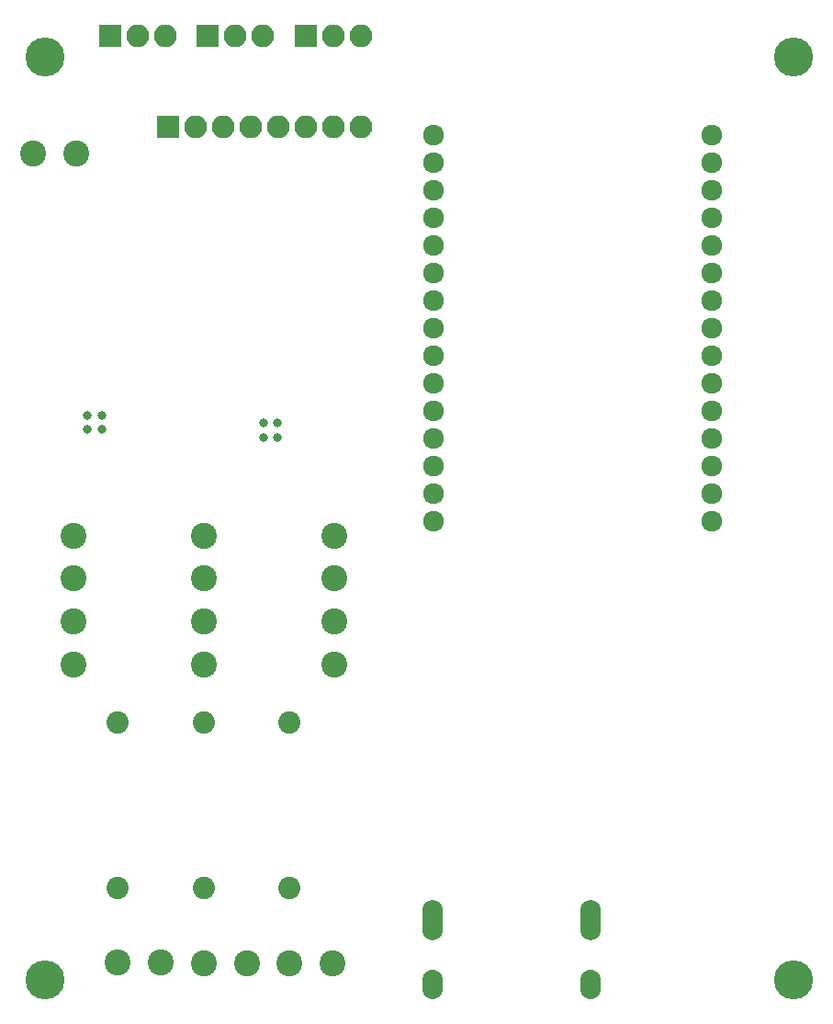
<source format=gbs>
G04 #@! TF.GenerationSoftware,KiCad,Pcbnew,(5.0.0)*
G04 #@! TF.CreationDate,2018-12-16T10:52:04+01:00*
G04 #@! TF.ProjectId,ODMeter,4F444D657465722E6B696361645F7063,rev?*
G04 #@! TF.SameCoordinates,Original*
G04 #@! TF.FileFunction,Soldermask,Bot*
G04 #@! TF.FilePolarity,Negative*
%FSLAX46Y46*%
G04 Gerber Fmt 4.6, Leading zero omitted, Abs format (unit mm)*
G04 Created by KiCad (PCBNEW (5.0.0)) date 12/16/18 10:52:04*
%MOMM*%
%LPD*%
G01*
G04 APERTURE LIST*
%ADD10C,0.800000*%
%ADD11C,2.400000*%
%ADD12C,1.924000*%
%ADD13O,1.900000X2.700000*%
%ADD14O,1.900000X3.700000*%
%ADD15C,3.600000*%
%ADD16O,2.100000X2.100000*%
%ADD17R,2.100000X2.100000*%
%ADD18C,2.050000*%
G04 APERTURE END LIST*
D10*
G04 #@! TO.C,U6*
X93400000Y-91000000D03*
X93400000Y-89700000D03*
X92100000Y-89700000D03*
X92100000Y-91000000D03*
G04 #@! TD*
G04 #@! TO.C,U4*
X75900000Y-89000000D03*
X75900000Y-90300000D03*
X77200000Y-90300000D03*
X77200000Y-89000000D03*
G04 #@! TD*
D11*
G04 #@! TO.C,J20*
X70870000Y-64900000D03*
X74830000Y-64900000D03*
G04 #@! TD*
D12*
G04 #@! TO.C,U3*
X133470000Y-98770000D03*
X133470000Y-96230000D03*
X133470000Y-93690000D03*
X133470000Y-91150000D03*
X133470000Y-88610000D03*
X133470000Y-86070000D03*
X133470000Y-83530000D03*
X133470000Y-80990000D03*
X133470000Y-78450000D03*
X133470000Y-75910000D03*
X133470000Y-73370000D03*
X133470000Y-70830000D03*
X133470000Y-68290000D03*
X133470000Y-65750000D03*
X133470000Y-63210000D03*
X107800000Y-63210000D03*
X107800000Y-65750000D03*
X107800000Y-68290000D03*
X107800000Y-70830000D03*
X107800000Y-73370000D03*
X107800000Y-75910000D03*
X107800000Y-78450000D03*
X107800000Y-80990000D03*
X107800000Y-83530000D03*
X107800000Y-86070000D03*
X107800000Y-88610000D03*
X107800000Y-91150000D03*
X107800000Y-93690000D03*
X107800000Y-96230000D03*
X107800000Y-98770000D03*
G04 #@! TD*
D13*
G04 #@! TO.C,J11*
X122250000Y-141410000D03*
X107750000Y-141410000D03*
D14*
X122250000Y-135450000D03*
X107750000Y-135450000D03*
G04 #@! TD*
D15*
G04 #@! TO.C,REF\002A\002A*
X141000000Y-56000000D03*
G04 #@! TD*
G04 #@! TO.C,REF\002A\002A*
X141000000Y-141000000D03*
G04 #@! TD*
G04 #@! TO.C,REF\002A\002A*
X72000000Y-141000000D03*
G04 #@! TD*
D11*
G04 #@! TO.C,J9*
X78700000Y-139400000D03*
X94540000Y-139500000D03*
X98500000Y-139500000D03*
X90580000Y-139500000D03*
X86620000Y-139500000D03*
X82660000Y-139400000D03*
G04 #@! TD*
D16*
G04 #@! TO.C,J3*
X101080000Y-62450000D03*
X98540000Y-62450000D03*
X96000000Y-62450000D03*
X93460000Y-62450000D03*
X90920000Y-62450000D03*
X88380000Y-62450000D03*
X85840000Y-62450000D03*
D17*
X83300000Y-62450000D03*
G04 #@! TD*
D18*
G04 #@! TO.C,R6*
X78700000Y-132520000D03*
X78700000Y-117280000D03*
G04 #@! TD*
D16*
G04 #@! TO.C,J2*
X83080000Y-54000000D03*
X80540000Y-54000000D03*
D17*
X78000000Y-54000000D03*
G04 #@! TD*
D11*
G04 #@! TO.C,J14*
X74620000Y-107980000D03*
X74620000Y-111940000D03*
X74620000Y-104020000D03*
X74620000Y-100060000D03*
G04 #@! TD*
D18*
G04 #@! TO.C,R16*
X86620000Y-132520000D03*
X86620000Y-117280000D03*
G04 #@! TD*
G04 #@! TO.C,R23*
X94540000Y-132520000D03*
X94540000Y-117280000D03*
G04 #@! TD*
D16*
G04 #@! TO.C,J4*
X92080000Y-54000000D03*
X89540000Y-54000000D03*
D17*
X87000000Y-54000000D03*
G04 #@! TD*
D16*
G04 #@! TO.C,J6*
X101080000Y-54000000D03*
X98540000Y-54000000D03*
D17*
X96000000Y-54000000D03*
G04 #@! TD*
D11*
G04 #@! TO.C,J18*
X86620000Y-107980000D03*
X86620000Y-111940000D03*
X86620000Y-104020000D03*
X86620000Y-100060000D03*
G04 #@! TD*
G04 #@! TO.C,J19*
X98620000Y-107980000D03*
X98620000Y-111940000D03*
X98620000Y-104020000D03*
X98620000Y-100060000D03*
G04 #@! TD*
D15*
G04 #@! TO.C,REF\002A\002A*
X72000000Y-56000000D03*
G04 #@! TD*
M02*

</source>
